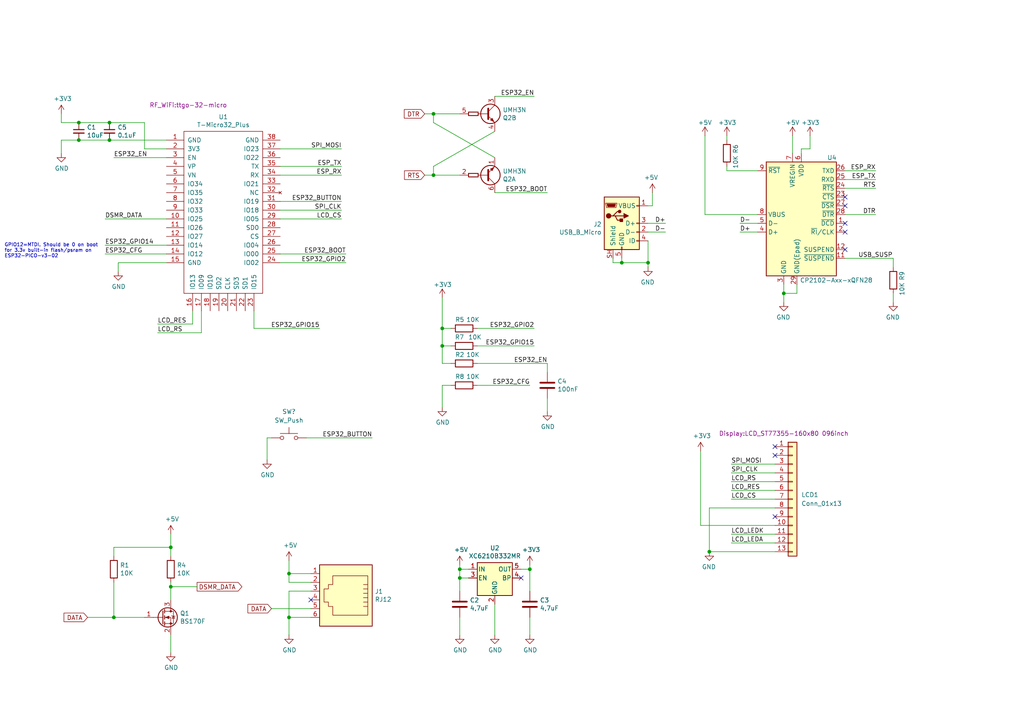
<source format=kicad_sch>
(kicad_sch (version 20211123) (generator eeschema)
  (paper "A4")
  (lib_symbols
    (symbol "Connector:RJ12" (pin_names (offset 1.016))
      (property "Reference" "J" (at -5.08 11.43 0))
      (property "Value" "RJ12" (at 2.54 11.43 0))
      (symbol "RJ12_0_1"
        (polyline (pts (xy -6.35 -1.905) (xy -5.08 -1.905) (xy -5.08 -1.905)))
        (polyline (pts (xy -6.35 -0.635) (xy -5.08 -0.635) (xy -5.08 -0.635)))
        (polyline (pts (xy -6.35 0.635) (xy -5.08 0.635) (xy -5.08 0.635)))
        (polyline (pts (xy -6.35 1.905) (xy -5.08 1.905) (xy -5.08 1.905)))
        (polyline (pts (xy -6.35 3.175) (xy -5.08 3.175) (xy -5.08 3.175)))
        (polyline (pts (xy -5.08 4.445) (xy -6.35 4.445) (xy -6.35 4.445)))
        (polyline (pts (xy -6.35 -4.445) (xy -6.35 6.985) (xy 3.81 6.985) (xy 3.81 4.445) (xy 5.08 4.445) (xy 5.08 3.175) (xy 6.35 3.175) (xy 6.35 -0.635) (xy 5.08 -0.635) (xy 5.08 -1.905) (xy 3.81 -1.905) (xy 3.81 -4.445) (xy -6.35 -4.445) (xy -6.35 -4.445)))
        (rectangle (start 7.62 10.16) (end -7.62 -7.62) (stroke (width 0.254)) (fill (type background)))
      )
      (symbol "RJ12_1_1"
        (pin passive line (at 10.16 -5.08 180) (length 2.54) (name "~") (number "1"))
        (pin passive line (at 10.16 -2.54 180) (length 2.54) (name "~") (number "2"))
        (pin passive line (at 10.16 0 180) (length 2.54) (name "~") (number "3"))
        (pin passive line (at 10.16 2.54 180) (length 2.54) (name "~") (number "4"))
        (pin passive line (at 10.16 5.08 180) (length 2.54) (name "~") (number "5"))
        (pin passive line (at 10.16 7.62 180) (length 2.54) (name "~") (number "6"))
      )
    )
    (symbol "Connector:USB_B_Micro" (pin_names (offset 1.016))
      (property "Reference" "J" (at -5.08 11.43 0))
      (property "Value" "USB_B_Micro" (at -5.08 8.89 0))
      (symbol "USB_B_Micro_0_1"
        (rectangle (start -5.08 -7.62) (end 5.08 7.62) (stroke (width 0.254)) (fill (type background)))
        (circle (center -3.81 2.159) (radius 0.635) (stroke (width 0.254)) (fill (type outline)))
        (circle (center -0.635 3.429) (radius 0.381) (stroke (width 0.254)) (fill (type outline)))
        (rectangle (start -0.127 -7.62) (end 0.127 -6.858))
        (polyline (pts (xy -1.905 2.159) (xy 0.635 2.159)) (stroke (width 0.254)))
        (polyline (pts (xy -3.175 2.159) (xy -2.54 2.159) (xy -1.27 3.429) (xy -0.635 3.429)) (stroke (width 0.254)))
        (polyline (pts (xy -2.54 2.159) (xy -1.905 2.159) (xy -1.27 0.889) (xy 0 0.889)) (stroke (width 0.254)))
        (polyline (pts (xy 0.635 2.794) (xy 0.635 1.524) (xy 1.905 2.159) (xy 0.635 2.794)) (stroke (width 0.254)) (fill (type outline)))
        (polyline (pts (xy -4.318 5.588) (xy -1.778 5.588) (xy -2.032 4.826) (xy -4.064 4.826) (xy -4.318 5.588)) (fill (type outline)))
        (polyline (pts (xy -4.699 5.842) (xy -4.699 5.588) (xy -4.445 4.826) (xy -4.445 4.572) (xy -1.651 4.572) (xy -1.651 4.826) (xy -1.397 5.588) (xy -1.397 5.842) (xy -4.699 5.842)))
        (rectangle (start 0.254 1.27) (end -0.508 0.508) (stroke (width 0.254)) (fill (type outline)))
        (rectangle (start 5.08 -5.207) (end 4.318 -4.953))
        (rectangle (start 5.08 -2.667) (end 4.318 -2.413))
        (rectangle (start 5.08 -0.127) (end 4.318 0.127))
        (rectangle (start 5.08 4.953) (end 4.318 5.207))
      )
      (symbol "USB_B_Micro_1_1"
        (pin power_out line (at 7.62 5.08 180) (length 2.54) (name "VBUS") (number "1"))
        (pin bidirectional line (at 7.62 -2.54 180) (length 2.54) (name "D-") (number "2"))
        (pin bidirectional line (at 7.62 0 180) (length 2.54) (name "D+") (number "3"))
        (pin passive line (at 7.62 -5.08 180) (length 2.54) (name "ID") (number "4"))
        (pin power_out line (at 0 -10.16 90) (length 2.54) (name "GND") (number "5"))
        (pin passive line (at -2.54 -10.16 90) (length 2.54) (name "Shield") (number "SH"))
      )
    )
    (symbol "Connector_Generic:Conn_01x13" (pin_names (offset 1.016) hide)
      (property "Reference" "J" (at 0 17.78 0))
      (property "Value" "Conn_01x13" (at 0 -17.78 0))
      (symbol "Conn_01x13_1_1"
        (rectangle (start -1.27 -15.113) (end 0 -15.367) (stroke (width 0.1524)))
        (rectangle (start -1.27 -12.573) (end 0 -12.827) (stroke (width 0.1524)))
        (rectangle (start -1.27 -10.033) (end 0 -10.287) (stroke (width 0.1524)))
        (rectangle (start -1.27 -7.493) (end 0 -7.747) (stroke (width 0.1524)))
        (rectangle (start -1.27 -4.953) (end 0 -5.207) (stroke (width 0.1524)))
        (rectangle (start -1.27 -2.413) (end 0 -2.667) (stroke (width 0.1524)))
        (rectangle (start -1.27 0.127) (end 0 -0.127) (stroke (width 0.1524)))
        (rectangle (start -1.27 2.667) (end 0 2.413) (stroke (width 0.1524)))
        (rectangle (start -1.27 5.207) (end 0 4.953) (stroke (width 0.1524)))
        (rectangle (start -1.27 7.747) (end 0 7.493) (stroke (width 0.1524)))
        (rectangle (start -1.27 10.287) (end 0 10.033) (stroke (width 0.1524)))
        (rectangle (start -1.27 12.827) (end 0 12.573) (stroke (width 0.1524)))
        (rectangle (start -1.27 15.367) (end 0 15.113) (stroke (width 0.1524)))
        (rectangle (start -1.27 16.51) (end 1.27 -16.51) (stroke (width 0.254)) (fill (type background)))
        (pin passive line (at -5.08 15.24 0) (length 3.81) (name "Pin_1") (number "1"))
        (pin passive line (at -5.08 -7.62 0) (length 3.81) (name "Pin_10") (number "10"))
        (pin passive line (at -5.08 -10.16 0) (length 3.81) (name "Pin_11") (number "11"))
        (pin passive line (at -5.08 -12.7 0) (length 3.81) (name "Pin_12") (number "12"))
        (pin passive line (at -5.08 -15.24 0) (length 3.81) (name "Pin_13") (number "13"))
        (pin passive line (at -5.08 12.7 0) (length 3.81) (name "Pin_2") (number "2"))
        (pin passive line (at -5.08 10.16 0) (length 3.81) (name "Pin_3") (number "3"))
        (pin passive line (at -5.08 7.62 0) (length 3.81) (name "Pin_4") (number "4"))
        (pin passive line (at -5.08 5.08 0) (length 3.81) (name "Pin_5") (number "5"))
        (pin passive line (at -5.08 2.54 0) (length 3.81) (name "Pin_6") (number "6"))
        (pin passive line (at -5.08 0 0) (length 3.81) (name "Pin_7") (number "7"))
        (pin passive line (at -5.08 -2.54 0) (length 3.81) (name "Pin_8") (number "8"))
        (pin passive line (at -5.08 -5.08 0) (length 3.81) (name "Pin_9") (number "9"))
      )
    )
    (symbol "Device:C" (pin_numbers hide) (pin_names (offset 0.254))
      (property "Reference" "C" (at 0.635 2.54 0))
      (property "Value" "C" (at 0.635 -2.54 0))
      (symbol "C_0_1"
        (polyline (pts (xy -2.032 -0.762) (xy 2.032 -0.762)) (stroke (width 0.508)))
        (polyline (pts (xy -2.032 0.762) (xy 2.032 0.762)) (stroke (width 0.508)))
      )
      (symbol "C_1_1"
        (pin passive line (at 0 3.81 270) (length 2.794) (name "~") (number "1"))
        (pin passive line (at 0 -3.81 90) (length 2.794) (name "~") (number "2"))
      )
    )
    (symbol "Device:C_Small" (pin_numbers hide) (pin_names (offset 0.254) hide)
      (property "Reference" "C" (at 0.254 1.778 0))
      (property "Value" "C_Small" (at 0.254 -2.032 0))
      (symbol "C_Small_0_1"
        (polyline (pts (xy -1.524 -0.508) (xy 1.524 -0.508)) (stroke (width 0.3302)))
        (polyline (pts (xy -1.524 0.508) (xy 1.524 0.508)) (stroke (width 0.3048)))
      )
      (symbol "C_Small_1_1"
        (pin passive line (at 0 2.54 270) (length 2.032) (name "~") (number "1"))
        (pin passive line (at 0 -2.54 90) (length 2.032) (name "~") (number "2"))
      )
    )
    (symbol "Device:R" (pin_numbers hide) (pin_names (offset 0))
      (property "Reference" "R" (at 2.032 0 90))
      (property "Value" "R" (at 0 0 90))
      (symbol "R_0_1"
        (rectangle (start -1.016 -2.54) (end 1.016 2.54) (stroke (width 0.254)))
      )
      (symbol "R_1_1"
        (pin passive line (at 0 3.81 270) (length 1.27) (name "~") (number "1"))
        (pin passive line (at 0 -3.81 90) (length 1.27) (name "~") (number "2"))
      )
    )
    (symbol "Interface_USB:CP2102-Axx-xQFN28"
      (property "Reference" "U" (at -8.89 31.75 0))
      (property "Value" "Interface_USB_CP2102-Axx-xQFN28" (at 12.7 31.75 0))
      (symbol "CP2102-Axx-xQFN28_0_1"
        (rectangle (start -10.16 30.48) (end 10.16 -2.54) (stroke (width 0.254)) (fill (type background)))
      )
      (symbol "CP2102-Axx-xQFN28_1_1"
        (pin input line (at 12.7 12.7 180) (length 2.54) (name "~{DCD}") (number "1"))
        (pin no_connect line (at -12.7 0 0) (length 2.54) hide (name "NC") (number "10"))
        (pin output line (at 12.7 2.54 180) (length 2.54) (name "~{SUSPEND}") (number "11"))
        (pin output line (at 12.7 5.08 180) (length 2.54) (name "SUSPEND") (number "12"))
        (pin no_connect line (at -12.7 1.27 0) (length 2.54) hide (name "~") (number "13"))
        (pin no_connect line (at -12.7 -1.27 0) (length 2.54) hide (name "~") (number "14"))
        (pin no_connect line (at -12.7 7.62 0) (length 2.54) hide (name "~") (number "15"))
        (pin no_connect line (at -12.7 6.35 0) (length 2.54) hide (name "~") (number "16"))
        (pin no_connect line (at -12.7 2.54 0) (length 2.54) hide (name "~") (number "17"))
        (pin no_connect line (at -12.7 19.05 0) (length 2.54) hide (name "~") (number "18"))
        (pin no_connect line (at -12.7 20.32 0) (length 2.54) hide (name "~") (number "19"))
        (pin bidirectional line (at 12.7 10.16 180) (length 2.54) (name "~{RI}/CLK") (number "2"))
        (pin no_connect line (at -12.7 21.59 0) (length 2.54) hide (name "~") (number "20"))
        (pin no_connect line (at -12.7 5.08 0) (length 2.54) hide (name "~") (number "21"))
        (pin no_connect line (at -12.7 3.81 0) (length 2.54) hide (name "~") (number "22"))
        (pin input line (at 12.7 20.32 180) (length 2.54) (name "~{CTS}") (number "23"))
        (pin output line (at 12.7 22.86 180) (length 2.54) (name "~{RTS}") (number "24"))
        (pin input line (at 12.7 25.4 180) (length 2.54) (name "RXD") (number "25"))
        (pin output line (at 12.7 27.94 180) (length 2.54) (name "TXD") (number "26"))
        (pin input line (at 12.7 17.78 180) (length 2.54) (name "~{DSR}") (number "27"))
        (pin output line (at 12.7 15.24 180) (length 2.54) (name "~{DTR}") (number "28"))
        (pin passive line (at -1.27 -5.08 90) (length 2.54) (name "GND(Epad)") (number "29"))
        (pin power_in line (at -5.08 -5.08 90) (length 2.54) (name "GND") (number "3"))
        (pin bidirectional line (at -12.7 10.16 0) (length 2.54) (name "D+") (number "4"))
        (pin bidirectional line (at -12.7 12.7 0) (length 2.54) (name "D-") (number "5"))
        (pin power_in line (at 0 33.02 270) (length 2.54) (name "VDD") (number "6"))
        (pin power_in line (at -2.54 33.02 270) (length 2.54) (name "VREGIN") (number "7"))
        (pin input line (at -12.7 15.24 0) (length 2.54) (name "VBUS") (number "8"))
        (pin input line (at -12.7 27.94 0) (length 2.54) (name "~{RST}") (number "9"))
      )
    )
    (symbol "MCU_Module:ttgo-32-micro" (pin_names (offset 1.016))
      (property "Reference" "U" (at 1.27 1.27 0))
      (property "Value" "ttgo-32-micro" (at 0 21.59 0))
      (property "Footprint" "RF_WiFi:ttgo-32-micro" (at -10.16 15.24 0))
      (symbol "ttgo-32-micro_0_1"
        (rectangle (start -11.43 20.32) (end 11.43 -26.67))
      )
      (symbol "ttgo-32-micro_1_1"
        (pin power_in line (at -16.51 17.78 0) (length 5.08) (name "GND") (number "1"))
        (pin bidirectional line (at -16.51 -5.08 0) (length 5.08) (name "IO25") (number "10"))
        (pin bidirectional line (at -16.51 -7.62 0) (length 5.08) (name "IO26") (number "11"))
        (pin bidirectional line (at -16.51 -10.16 0) (length 5.08) (name "IO27") (number "12"))
        (pin bidirectional line (at -16.51 -12.7 0) (length 5.08) (name "IO14") (number "13"))
        (pin bidirectional line (at -16.51 -15.24 0) (length 5.08) (name "IO12") (number "14"))
        (pin power_in line (at -16.51 -17.78 0) (length 5.08) (name "GND") (number "15"))
        (pin bidirectional line (at -8.89 -31.75 90) (length 5.08) (name "IO13") (number "16"))
        (pin bidirectional line (at -6.35 -31.75 90) (length 5.08) (name "IO09") (number "17"))
        (pin bidirectional line (at -3.81 -31.75 90) (length 5.08) (name "IO10") (number "18"))
        (pin bidirectional line (at -1.27 -31.75 90) (length 5.08) (name "SD2") (number "19"))
        (pin power_in line (at -16.51 15.24 0) (length 5.08) (name "3V3") (number "2"))
        (pin bidirectional line (at 1.27 -31.75 90) (length 5.08) (name "CLK") (number "20"))
        (pin bidirectional line (at 3.81 -31.75 90) (length 5.08) (name "SD3") (number "21"))
        (pin bidirectional line (at 6.35 -31.75 90) (length 5.08) (name "SD1") (number "22"))
        (pin bidirectional line (at 8.89 -31.75 90) (length 5.08) (name "IO15") (number "23"))
        (pin bidirectional line (at 16.51 -17.78 180) (length 5.08) (name "IO02") (number "24"))
        (pin bidirectional line (at 16.51 -15.24 180) (length 5.08) (name "IO00") (number "25"))
        (pin bidirectional line (at 16.51 -12.7 180) (length 5.08) (name "IO04") (number "26"))
        (pin bidirectional line (at 16.51 -10.16 180) (length 5.08) (name "CS") (number "27"))
        (pin bidirectional line (at 16.51 -7.62 180) (length 5.08) (name "SD0") (number "28"))
        (pin bidirectional line (at 16.51 -5.08 180) (length 5.08) (name "IO05") (number "29"))
        (pin input line (at -16.51 12.7 0) (length 5.08) (name "EN") (number "3"))
        (pin bidirectional line (at 16.51 -2.54 180) (length 5.08) (name "IO18") (number "30"))
        (pin bidirectional line (at 16.51 0 180) (length 5.08) (name "IO19") (number "31"))
        (pin no_connect line (at 16.51 2.54 180) (length 5.08) (name "NC") (number "32"))
        (pin bidirectional line (at 16.51 5.08 180) (length 5.08) (name "IO21") (number "33"))
        (pin bidirectional line (at 16.51 7.62 180) (length 5.08) (name "RX") (number "34"))
        (pin bidirectional line (at 16.51 10.16 180) (length 5.08) (name "TX") (number "35"))
        (pin bidirectional line (at 16.51 12.7 180) (length 5.08) (name "IO22") (number "36"))
        (pin bidirectional line (at 16.51 15.24 180) (length 5.08) (name "IO23") (number "37"))
        (pin power_in line (at 16.51 17.78 180) (length 5.08) (name "GND") (number "38"))
        (pin bidirectional line (at -16.51 10.16 0) (length 5.08) (name "VP") (number "4"))
        (pin bidirectional line (at -16.51 7.62 0) (length 5.08) (name "VN") (number "5"))
        (pin bidirectional line (at -16.51 5.08 0) (length 5.08) (name "IO34") (number "6"))
        (pin bidirectional line (at -16.51 2.54 0) (length 5.08) (name "IO35") (number "7"))
        (pin bidirectional line (at -16.51 0 0) (length 5.08) (name "IO32") (number "8"))
        (pin bidirectional line (at -16.51 -2.54 0) (length 5.08) (name "IO33") (number "9"))
      )
    )
    (symbol "Regulator_Linear:MIC5219-3.3YM5" (pin_names (offset 0.254))
      (property "Reference" "U" (at -3.81 5.715 0))
      (property "Value" "MIC5219-3.3YM5" (at 0 5.715 0))
      (symbol "MIC5219-3.3YM5_0_1"
        (rectangle (start -5.08 4.445) (end 5.08 -5.08) (stroke (width 0.254)) (fill (type background)))
      )
      (symbol "MIC5219-3.3YM5_1_1"
        (pin power_in line (at -7.62 2.54 0) (length 2.54) (name "IN") (number "1"))
        (pin power_in line (at 0 -7.62 90) (length 2.54) (name "GND") (number "2"))
        (pin input line (at -7.62 0 0) (length 2.54) (name "EN") (number "3"))
        (pin input line (at 7.62 0 180) (length 2.54) (name "BP") (number "4"))
        (pin power_out line (at 7.62 2.54 180) (length 2.54) (name "OUT") (number "5"))
      )
    )
    (symbol "Switch:SW_Push" (pin_numbers hide) (pin_names (offset 1.016) hide)
      (property "Reference" "SW" (at 1.27 2.54 0))
      (property "Value" "SW_Push" (at 0 -1.524 0))
      (symbol "SW_Push_0_1"
        (circle (center -2.032 0) (radius 0.508))
        (polyline (pts (xy 0 1.27) (xy 0 3.048)))
        (polyline (pts (xy 2.54 1.27) (xy -2.54 1.27)))
        (circle (center 2.032 0) (radius 0.508))
        (pin passive line (at -5.08 0 0) (length 2.54) (name "1") (number "1"))
        (pin passive line (at 5.08 0 180) (length 2.54) (name "2") (number "2"))
      )
    )
    (symbol "Transistor_BJT:UMH3N" (pin_names hide)
      (property "Reference" "Q" (at 7.62 1.27 0))
      (property "Value" "UMH3N" (at 7.62 -1.27 0))
      (symbol "UMH3N_0_1"
        (polyline (pts (xy 3.175 0) (xy 0.254 0)))
        (polyline (pts (xy 3.175 0.635) (xy 5.08 2.54)))
        (polyline (pts (xy 3.175 1.524) (xy 3.175 -1.524)) (stroke (width 0.508)))
        (polyline (pts (xy 3.175 -0.635) (xy 5.08 -2.54) (xy 5.08 -2.54)))
        (polyline (pts (xy 3.81 -1.778) (xy 4.318 -1.27) (xy 4.826 -2.286) (xy 3.81 -1.778) (xy 3.81 -1.778)) (fill (type outline)))
        (rectangle (start 0.254 0.508) (end -2.54 -0.508) (stroke (width 0.254)))
        (circle (center 3.81 0) (radius 2.8194) (stroke (width 0.254)))
      )
      (symbol "UMH3N_1_1"
        (pin passive line (at 5.08 -5.08 90) (length 2.54) (name "E1") (number "1"))
        (pin input line (at -5.08 0 0) (length 2.54) (name "B1") (number "2"))
        (pin passive line (at 5.08 5.08 270) (length 2.54) (name "C1") (number "6"))
      )
      (symbol "UMH3N_2_1"
        (pin passive line (at 5.08 5.08 270) (length 2.54) (name "C2") (number "3"))
        (pin passive line (at 5.08 -5.08 90) (length 2.54) (name "E2") (number "4"))
        (pin input line (at -5.08 0 0) (length 2.54) (name "B2") (number "5"))
      )
    )
    (symbol "Transistor_FET:BS170F" (pin_names hide)
      (property "Reference" "Q" (at 5.08 1.905 0))
      (property "Value" "BS170F" (at 5.08 0 0))
      (symbol "BS170F_0_1"
        (polyline (pts (xy 0.254 0) (xy -2.54 0)))
        (polyline (pts (xy 0.254 1.905) (xy 0.254 -1.905)) (stroke (width 0.254)))
        (polyline (pts (xy 0.762 -1.27) (xy 0.762 -2.286)) (stroke (width 0.254)))
        (polyline (pts (xy 0.762 0.508) (xy 0.762 -0.508)) (stroke (width 0.254)))
        (polyline (pts (xy 0.762 2.286) (xy 0.762 1.27)) (stroke (width 0.254)))
        (polyline (pts (xy 2.54 2.54) (xy 2.54 1.778)))
        (polyline (pts (xy 2.54 -2.54) (xy 2.54 0) (xy 0.762 0)))
        (polyline (pts (xy 0.762 -1.778) (xy 3.302 -1.778) (xy 3.302 1.778) (xy 0.762 1.778)))
        (polyline (pts (xy 1.016 0) (xy 2.032 0.381) (xy 2.032 -0.381) (xy 1.016 0)) (fill (type outline)))
        (polyline (pts (xy 2.794 0.508) (xy 2.921 0.381) (xy 3.683 0.381) (xy 3.81 0.254)))
        (polyline (pts (xy 3.302 0.381) (xy 2.921 -0.254) (xy 3.683 -0.254) (xy 3.302 0.381)))
        (circle (center 1.651 0) (radius 2.794) (stroke (width 0.254)))
        (circle (center 2.54 -1.778) (radius 0.254) (fill (type outline)))
        (circle (center 2.54 1.778) (radius 0.254) (fill (type outline)))
      )
      (symbol "BS170F_1_1"
        (pin input line (at -5.08 0 0) (length 2.54) (name "G") (number "1"))
        (pin passive line (at 2.54 -5.08 90) (length 2.54) (name "S") (number "2"))
        (pin passive line (at 2.54 5.08 270) (length 2.54) (name "D") (number "3"))
      )
    )
    (symbol "power:+3.3V" (power) (pin_names (offset 0))
      (property "Value" "+3.3V" (at 0 3.556 0))
      (symbol "+3.3V_0_1"
        (polyline (pts (xy -0.762 1.27) (xy 0 2.54)))
        (polyline (pts (xy 0 0) (xy 0 2.54)))
        (polyline (pts (xy 0 2.54) (xy 0.762 1.27)))
      )
      (symbol "+3.3V_1_1"
        (pin power_in line (at 0 0 90) (length 0) hide (name "+3V3") (number "1"))
      )
    )
    (symbol "power:+5V" (power) (pin_names (offset 0))
      (property "Value" "+5V" (at 0 3.556 0))
      (symbol "+5V_0_1"
        (polyline (pts (xy -0.762 1.27) (xy 0 2.54)))
        (polyline (pts (xy 0 0) (xy 0 2.54)))
        (polyline (pts (xy 0 2.54) (xy 0.762 1.27)))
      )
      (symbol "+5V_1_1"
        (pin power_in line (at 0 0 90) (length 0) hide (name "+5V") (number "1"))
      )
    )
    (symbol "power:GND" (power) (pin_names (offset 0))
      (property "Value" "GND" (at 0 -3.81 0))
      (symbol "GND_0_1"
        (polyline (pts (xy 0 0) (xy 0 -1.27) (xy 1.27 -1.27) (xy 0 -2.54) (xy -1.27 -1.27) (xy 0 -1.27)))
      )
      (symbol "GND_1_1"
        (pin power_in line (at 0 0 270) (length 0) hide (name "GND") (number "1"))
      )
    )
  )
  (junction (at 83.82 179.07))
  (junction (at 33.02 179.07))
  (junction (at 128.27 100.33))
  (junction (at 125.73 33.02))
  (junction (at 31.75 40.64))
  (junction (at 22.86 40.64))
  (junction (at 133.35 165.1))
  (junction (at 133.35 167.64))
  (junction (at 205.74 160.02))
  (junction (at 31.75 35.56))
  (junction (at 125.73 50.8))
  (junction (at 22.86 35.56))
  (junction (at 153.67 165.1))
  (junction (at 180.34 76.2))
  (junction (at 49.53 158.75))
  (junction (at 49.53 170.18))
  (junction (at 83.82 166.37))
  (junction (at 187.96 76.2))
  (junction (at 227.33 85.09))
  (junction (at 128.27 95.25))
  (no_connect (at 90.17 173.99))
  (no_connect (at 151.13 167.64))
  (no_connect (at 245.11 57.15))
  (no_connect (at 224.79 129.54))
  (no_connect (at 224.79 132.08))
  (no_connect (at 245.11 67.31))
  (no_connect (at 224.79 149.86))
  (no_connect (at 245.11 64.77))
  (no_connect (at 245.11 72.39))
  (no_connect (at 245.11 59.69))
  (wire (pts (xy 187.96 76.2) (xy 187.96 77.47)))
  (wire (pts (xy 212.09 134.62) (xy 224.79 134.62)))
  (wire (pts (xy 143.51 38.1) (xy 125.73 48.26)))
  (wire (pts (xy 83.82 166.37) (xy 83.82 168.91)))
  (wire (pts (xy 177.8 76.2) (xy 180.34 76.2)))
  (wire (pts (xy 81.28 48.26) (xy 99.06 48.26)))
  (wire (pts (xy 17.78 40.64) (xy 22.86 40.64)))
  (wire (pts (xy 133.35 167.64) (xy 133.35 165.1)))
  (wire (pts (xy 231.14 82.55) (xy 231.14 85.09)))
  (wire (pts (xy 77.47 127) (xy 78.74 127)))
  (wire (pts (xy 193.04 67.31) (xy 187.96 67.31)))
  (wire (pts (xy 254 62.23) (xy 245.11 62.23)))
  (wire (pts (xy 245.11 52.07) (xy 254 52.07)))
  (wire (pts (xy 41.91 179.07) (xy 33.02 179.07)))
  (wire (pts (xy 90.17 166.37) (xy 83.82 166.37)))
  (wire (pts (xy 224.79 152.4) (xy 203.2 152.4)))
  (wire (pts (xy 41.91 43.18) (xy 41.91 35.56)))
  (wire (pts (xy 204.47 62.23) (xy 219.71 62.23)))
  (wire (pts (xy 30.48 63.5) (xy 48.26 63.5)))
  (wire (pts (xy 128.27 111.76) (xy 128.27 118.11)))
  (wire (pts (xy 224.79 147.32) (xy 205.74 147.32)))
  (wire (pts (xy 81.28 76.2) (xy 100.33 76.2)))
  (wire (pts (xy 41.91 35.56) (xy 31.75 35.56)))
  (wire (pts (xy 153.67 179.07) (xy 153.67 184.15)))
  (wire (pts (xy 143.51 45.72) (xy 125.73 35.56)))
  (wire (pts (xy 212.09 157.48) (xy 224.79 157.48)))
  (wire (pts (xy 153.67 165.1) (xy 153.67 163.83)))
  (wire (pts (xy 138.43 100.33) (xy 154.94 100.33)))
  (wire (pts (xy 212.09 137.16) (xy 224.79 137.16)))
  (wire (pts (xy 234.95 43.18) (xy 232.41 43.18)))
  (wire (pts (xy 193.04 64.77) (xy 187.96 64.77)))
  (wire (pts (xy 22.86 35.56) (xy 17.78 35.56)))
  (wire (pts (xy 78.74 176.53) (xy 90.17 176.53)))
  (wire (pts (xy 128.27 86.36) (xy 128.27 95.25)))
  (wire (pts (xy 125.73 48.26) (xy 125.73 50.8)))
  (wire (pts (xy 245.11 74.93) (xy 259.08 74.93)))
  (wire (pts (xy 92.71 95.25) (xy 73.66 95.25)))
  (wire (pts (xy 234.95 39.37) (xy 234.95 43.18)))
  (wire (pts (xy 205.74 147.32) (xy 205.74 160.02)))
  (wire (pts (xy 31.75 40.64) (xy 48.26 40.64)))
  (wire (pts (xy 151.13 165.1) (xy 153.67 165.1)))
  (wire (pts (xy 153.67 165.1) (xy 153.67 171.45)))
  (wire (pts (xy 81.28 63.5) (xy 99.06 63.5)))
  (wire (pts (xy 49.53 168.91) (xy 49.53 170.18)))
  (wire (pts (xy 33.02 179.07) (xy 33.02 168.91)))
  (wire (pts (xy 212.09 144.78) (xy 224.79 144.78)))
  (wire (pts (xy 83.82 162.56) (xy 83.82 166.37)))
  (wire (pts (xy 232.41 43.18) (xy 232.41 44.45)))
  (wire (pts (xy 204.47 62.23) (xy 204.47 39.37)))
  (wire (pts (xy 31.75 40.64) (xy 22.86 40.64)))
  (wire (pts (xy 133.35 179.07) (xy 133.35 184.15)))
  (wire (pts (xy 125.73 50.8) (xy 123.19 50.8)))
  (wire (pts (xy 34.29 76.2) (xy 34.29 78.74)))
  (wire (pts (xy 49.53 170.18) (xy 49.53 173.99)))
  (wire (pts (xy 229.87 39.37) (xy 229.87 44.45)))
  (wire (pts (xy 83.82 179.07) (xy 83.82 184.15)))
  (wire (pts (xy 45.72 96.52) (xy 58.42 96.52)))
  (wire (pts (xy 180.34 76.2) (xy 187.96 76.2)))
  (wire (pts (xy 33.02 45.72) (xy 48.26 45.72)))
  (wire (pts (xy 81.28 60.96) (xy 99.06 60.96)))
  (wire (pts (xy 125.73 33.02) (xy 133.35 33.02)))
  (wire (pts (xy 138.43 105.41) (xy 158.75 105.41)))
  (wire (pts (xy 125.73 50.8) (xy 133.35 50.8)))
  (wire (pts (xy 143.51 175.26) (xy 143.51 184.15)))
  (wire (pts (xy 41.91 43.18) (xy 48.26 43.18)))
  (wire (pts (xy 90.17 171.45) (xy 83.82 171.45)))
  (wire (pts (xy 203.2 130.81) (xy 203.2 152.4)))
  (wire (pts (xy 143.51 27.94) (xy 154.94 27.94)))
  (wire (pts (xy 227.33 87.63) (xy 227.33 85.09)))
  (wire (pts (xy 125.73 35.56) (xy 125.73 33.02)))
  (wire (pts (xy 128.27 100.33) (xy 130.81 100.33)))
  (wire (pts (xy 210.82 49.53) (xy 210.82 48.26)))
  (wire (pts (xy 49.53 158.75) (xy 49.53 161.29)))
  (wire (pts (xy 212.09 139.7) (xy 224.79 139.7)))
  (wire (pts (xy 227.33 85.09) (xy 227.33 82.55)))
  (wire (pts (xy 34.29 76.2) (xy 48.26 76.2)))
  (wire (pts (xy 30.48 71.12) (xy 48.26 71.12)))
  (wire (pts (xy 158.75 107.95) (xy 158.75 105.41)))
  (wire (pts (xy 81.28 43.18) (xy 99.06 43.18)))
  (wire (pts (xy 187.96 59.69) (xy 189.23 59.69)))
  (wire (pts (xy 177.8 74.93) (xy 177.8 76.2)))
  (wire (pts (xy 58.42 96.52) (xy 58.42 90.17)))
  (wire (pts (xy 49.53 184.15) (xy 49.53 189.23)))
  (wire (pts (xy 81.28 50.8) (xy 99.06 50.8)))
  (wire (pts (xy 219.71 67.31) (xy 214.63 67.31)))
  (wire (pts (xy 133.35 167.64) (xy 133.35 171.45)))
  (wire (pts (xy 90.17 179.07) (xy 83.82 179.07)))
  (wire (pts (xy 128.27 105.41) (xy 128.27 100.33)))
  (wire (pts (xy 25.4 179.07) (xy 33.02 179.07)))
  (wire (pts (xy 138.43 95.25) (xy 154.94 95.25)))
  (wire (pts (xy 49.53 154.94) (xy 49.53 158.75)))
  (wire (pts (xy 259.08 77.47) (xy 259.08 74.93)))
  (wire (pts (xy 138.43 111.76) (xy 153.67 111.76)))
  (wire (pts (xy 31.75 35.56) (xy 22.86 35.56)))
  (wire (pts (xy 123.19 33.02) (xy 125.73 33.02)))
  (wire (pts (xy 33.02 161.29) (xy 33.02 158.75)))
  (wire (pts (xy 189.23 59.69) (xy 189.23 55.88)))
  (wire (pts (xy 73.66 95.25) (xy 73.66 90.17)))
  (wire (pts (xy 30.48 73.66) (xy 48.26 73.66)))
  (wire (pts (xy 130.81 105.41) (xy 128.27 105.41)))
  (wire (pts (xy 254 54.61) (xy 245.11 54.61)))
  (wire (pts (xy 81.28 73.66) (xy 100.33 73.66)))
  (wire (pts (xy 143.51 55.88) (xy 158.75 55.88)))
  (wire (pts (xy 83.82 171.45) (xy 83.82 179.07)))
  (wire (pts (xy 17.78 40.64) (xy 17.78 44.45)))
  (wire (pts (xy 83.82 168.91) (xy 90.17 168.91)))
  (wire (pts (xy 180.34 76.2) (xy 180.34 74.93)))
  (wire (pts (xy 33.02 158.75) (xy 49.53 158.75)))
  (wire (pts (xy 55.88 93.98) (xy 55.88 90.17)))
  (wire (pts (xy 205.74 160.02) (xy 224.79 160.02)))
  (wire (pts (xy 135.89 167.64) (xy 133.35 167.64)))
  (wire (pts (xy 245.11 49.53) (xy 254 49.53)))
  (wire (pts (xy 88.9 127) (xy 107.95 127)))
  (wire (pts (xy 259.08 87.63) (xy 259.08 85.09)))
  (wire (pts (xy 212.09 154.94) (xy 224.79 154.94)))
  (wire (pts (xy 219.71 49.53) (xy 210.82 49.53)))
  (wire (pts (xy 77.47 133.35) (xy 77.47 127)))
  (wire (pts (xy 219.71 64.77) (xy 214.63 64.77)))
  (wire (pts (xy 45.72 93.98) (xy 55.88 93.98)))
  (wire (pts (xy 128.27 95.25) (xy 130.81 95.25)))
  (wire (pts (xy 212.09 142.24) (xy 224.79 142.24)))
  (wire (pts (xy 187.96 69.85) (xy 187.96 76.2)))
  (wire (pts (xy 128.27 95.25) (xy 128.27 100.33)))
  (wire (pts (xy 158.75 119.38) (xy 158.75 115.57)))
  (wire (pts (xy 135.89 165.1) (xy 133.35 165.1)))
  (wire (pts (xy 81.28 58.42) (xy 99.06 58.42)))
  (wire (pts (xy 133.35 165.1) (xy 133.35 163.83)))
  (wire (pts (xy 210.82 39.37) (xy 210.82 40.64)))
  (wire (pts (xy 231.14 85.09) (xy 227.33 85.09)))
  (wire (pts (xy 57.15 170.18) (xy 49.53 170.18)))
  (wire (pts (xy 17.78 35.56) (xy 17.78 33.02)))
  (wire (pts (xy 130.81 111.76) (xy 128.27 111.76)))
  (text "GPIO12=MTDI. Should be 0 on boot\nfor 3.3v built-in flash/psram on\nESP32-PICO-v3-02" (at 1.27 74.93 0) (effects (font (size 0.9906 0.9906)) (justify left bottom)))
  (text "TODO for v 1.3\n- change Q1 to common device\n- smaller refdes\n\nHistory\n- updated OLED to LCD\n" (at -118.11 24.13 0) (effects (font (size 2.9972 2.9972)) (justify left bottom)))
  (label "ESP32_GPIO15" (at 154.94 100.33 180))
  (label "DTR" (at 254 62.23 180))
  (label "RTS" (at 254 54.61 180))
  (label "LCD_LEDA" (at 212.09 157.48 0))
  (label "ESP32_EN" (at 33.02 45.72 0))
  (label "LCD_CS" (at 212.09 144.78 0))
  (label "ESP32_BUTTON" (at 99.06 58.42 180))
  (label "D-" (at 193.04 67.31 180))
  (label "LCD_CS" (at 99.06 63.5 180))
  (label "ESP32_GPIO2" (at 100.33 76.2 180))
  (label "ESP_TX" (at 99.06 48.26 180))
  (label "USB_SUSP" (at 248.92 74.93 0))
  (label "LCD_RS" (at 212.09 139.7 0))
  (label "ESP32_GPIO15" (at 92.71 95.25 180))
  (label "ESP32_BUTTON" (at 107.95 127 180))
  (label "ESP_RX" (at 99.06 50.8 180))
  (label "ESP32_CFG" (at 30.48 73.66 0))
  (label "ESP32_GPIO14" (at 30.48 71.12 0))
  (label "ESP32_GPIO2" (at 154.94 95.25 180))
  (label "ESP32_BOOT" (at 100.33 73.66 180))
  (label "LCD_RES" (at 212.09 142.24 0))
  (label "ESP32_CFG" (at 153.67 111.76 180))
  (label "ESP32_EN" (at 154.94 27.94 180))
  (label "SPI_MOSI" (at 99.06 43.18 180))
  (label "SPI_CLK" (at 212.09 137.16 0))
  (label "D-" (at 214.63 64.77 0))
  (label "ESP32_BOOT" (at 158.75 55.88 180))
  (label "LCD_LEDK" (at 212.09 154.94 0))
  (label "SPI_CLK" (at 99.06 60.96 180))
  (label "D+" (at 214.63 67.31 0))
  (label "ESP_RX" (at 254 49.53 180))
  (label "DSMR_DATA" (at 30.48 63.5 0))
  (label "ESP32_EN" (at 158.75 105.41 180))
  (label "LCD_RS" (at 45.72 96.52 0))
  (label "LCD_RES" (at 45.72 93.98 0))
  (label "D+" (at 193.04 64.77 180))
  (label "SPI_MOSI" (at 212.09 134.62 0))
  (label "ESP_TX" (at 254 52.07 180))
  (global_label "DTR" (shape input) (at 123.19 33.02 180) (property "Intersheet References" "${INTERSHEET_REFS}" (effects hide)))
  (global_label "DATA" (shape input) (at 25.4 179.07 180) (property "Intersheet References" "${INTERSHEET_REFS}" (effects hide)))
  (global_label "DATA" (shape input) (at 78.74 176.53 180) (property "Intersheet References" "${INTERSHEET_REFS}" (effects hide)))
  (global_label "DSMR_DATA" (shape output) (at 57.15 170.18 0) (property "Intersheet References" "${INTERSHEET_REFS}" (effects hide)))
  (global_label "RTS" (shape input) (at 123.19 50.8 180) (property "Intersheet References" "${INTERSHEET_REFS}" (effects hide)))
  (symbol (lib_id "Connector:RJ12") (at 100.33 171.45 180) (unit 1)
    (property "Reference" "J1" (at 108.712 171.5516 0) (effects (justify right)))
    (property "Value" "RJ12" (at 108.712 173.863 0) (effects (justify right)))
    (property "Footprint" "Connector_RJ:RJ12_Amphenol_54601" (effects hide))
  )
  (symbol (lib_id "Device:R") (at 134.62 105.41 270) (unit 1)
    (property "Reference" "R2" (at 133.35 102.87 90))
    (property "Value" "10K" (at 137.16 102.87 90))
    (property "Footprint" "Resistor_SMD:R_0603_1608Metric" (effects hide))
  )
  (symbol (lib_id "Device:R") (at 134.62 111.76 270) (unit 1)
    (property "Reference" "R8" (at 133.35 109.22 90))
    (property "Value" "10K" (at 137.16 109.22 90))
    (property "Footprint" "Resistor_SMD:R_0603_1608Metric" (effects hide))
  )
  (symbol (lib_id "power:GND") (at 17.78 44.45 0) (unit 1)
    (property "Reference" "#PWR09" (effects hide))
    (property "Value" "GND" (at 17.907 48.8442 0))
  )
  (symbol (lib_id "power:GND") (at 128.27 118.11 0) (unit 1)
    (property "Reference" "#PWR011" (effects hide))
    (property "Value" "GND" (at 128.397 122.5042 0))
  )
  (symbol (lib_id "Device:R") (at 49.53 165.1 0) (unit 1)
    (property "Reference" "R4" (at 51.308 163.9316 0) (effects (justify left)))
    (property "Value" "10K" (at 51.308 166.243 0) (effects (justify left)))
    (property "Footprint" "Resistor_SMD:R_0603_1608Metric" (effects hide))
  )
  (symbol (lib_id "Device:R") (at 33.02 165.1 0) (unit 1)
    (property "Reference" "R1" (at 34.798 163.9316 0) (effects (justify left)))
    (property "Value" "10K" (at 34.798 166.243 0) (effects (justify left)))
    (property "Footprint" "Resistor_SMD:R_0603_1608Metric" (effects hide))
  )
  (symbol (lib_id "power:+5V") (at 49.53 154.94 0) (unit 1)
    (property "Reference" "#PWR05" (effects hide))
    (property "Value" "+5V" (at 49.911 150.5458 0))
  )
  (symbol (lib_id "power:GND") (at 49.53 189.23 0) (unit 1)
    (property "Reference" "#PWR06" (effects hide))
    (property "Value" "GND" (at 49.657 193.6242 0))
  )
  (symbol (lib_id "power:GND") (at 83.82 184.15 0) (unit 1)
    (property "Reference" "#PWR08" (effects hide))
    (property "Value" "GND" (at 83.947 188.5442 0))
  )
  (symbol (lib_id "power:+5V") (at 83.82 162.56 0) (unit 1)
    (property "Reference" "#PWR07" (effects hide))
    (property "Value" "+5V" (at 84.201 158.1658 0))
  )
  (symbol (lib_id "power:+3.3V") (at 128.27 86.36 0) (unit 1)
    (property "Reference" "#PWR02" (effects hide))
    (property "Value" "+3.3V" (at 125.73 82.55 0) (effects (justify left)))
  )
  (symbol (lib_id "power:GND") (at 133.35 184.15 0) (unit 1)
    (property "Reference" "#PWR015" (effects hide))
    (property "Value" "GND" (at 133.477 188.5442 0))
  )
  (symbol (lib_id "power:GND") (at 143.51 184.15 0) (unit 1)
    (property "Reference" "#PWR017" (effects hide))
    (property "Value" "GND" (at 143.637 188.5442 0))
  )
  (symbol (lib_id "power:GND") (at 153.67 184.15 0) (unit 1)
    (property "Reference" "#PWR019" (effects hide))
    (property "Value" "GND" (at 153.797 188.5442 0))
  )
  (symbol (lib_id "power:+5V") (at 133.35 163.83 0) (unit 1)
    (property "Reference" "#PWR014" (effects hide))
    (property "Value" "+5V" (at 133.731 159.4358 0))
  )
  (symbol (lib_id "power:+3.3V") (at 153.67 163.83 0) (unit 1)
    (property "Reference" "#PWR018" (effects hide))
    (property "Value" "+3.3V" (at 154.051 159.4358 0))
  )
  (symbol (lib_id "Connector:USB_B_Micro") (at 180.34 64.77 0) (unit 1)
    (property "Reference" "J2" (at 174.498 65.0494 0) (effects (justify right)))
    (property "Value" "USB_B_Micro" (at 174.498 67.3608 0) (effects (justify right)))
    (property "Footprint" "MySymbols:USB_Micro_B_Female" (effects hide))
  )
  (symbol (lib_id "power:+5V") (at 189.23 55.88 0) (mirror y) (unit 1)
    (property "Reference" "#PWR012" (effects hide))
    (property "Value" "+5V" (at 188.849 51.4858 0))
  )
  (symbol (lib_id "power:GND") (at 187.96 77.47 0) (mirror y) (unit 1)
    (property "Reference" "#PWR013" (effects hide))
    (property "Value" "GND" (at 187.833 81.8642 0))
  )
  (symbol (lib_id "Device:R") (at 134.62 100.33 270) (unit 1)
    (property "Reference" "R7" (at 134.62 97.79 90) (effects (justify right)))
    (property "Value" "10K" (at 139.7 97.79 90) (effects (justify right)))
    (property "Footprint" "Resistor_SMD:R_0603_1608Metric" (effects hide))
  )
  (symbol (lib_id "Transistor_FET:BS170F") (at 46.99 179.07 0) (unit 1)
    (property "Reference" "Q1" (at 52.197 177.9016 0) (effects (justify left)))
    (property "Value" "BS170F" (at 52.197 180.213 0) (effects (justify left)))
    (property "Footprint" "Package_TO_SOT_SMD:SOT-23" (effects hide))
    (property "Datasheet" "http://www.diodes.com/assets/Datasheets/BS170F.pdf" (effects hide))
  )
  (symbol (lib_id "Device:R") (at 134.62 95.25 270) (unit 1)
    (property "Reference" "R5" (at 133.35 92.71 90))
    (property "Value" "10K" (at 137.16 92.71 90))
    (property "Footprint" "Resistor_SMD:R_0603_1608Metric" (effects hide))
  )
  (symbol (lib_id "Interface_USB:CP2102-Axx-xQFN28") (at 232.41 77.47 0) (unit 1)
    (property "Reference" "U4" (at 241.3 45.72 0))
    (property "Value" "CP2102-Axx-xQFN28" (at 242.57 81.28 0))
    (property "Footprint" "Package_DFN_QFN:QFN-28-1EP_5x5mm_P0.5mm_EP3.35x3.35mm" (effects hide))
    (property "Datasheet" "https://www.silabs.com/documents/public/data-sheets/CP2102-9.pdf" (effects hide))
  )
  (symbol (lib_id "Device:C") (at 158.75 111.76 0) (unit 1)
    (property "Reference" "C4" (at 161.671 110.5916 0) (effects (justify left)))
    (property "Value" "100nF" (at 161.671 112.903 0) (effects (justify left)))
    (property "Footprint" "Capacitor_SMD:C_0603_1608Metric" (effects hide))
  )
  (symbol (lib_id "power:GND") (at 158.75 119.38 0) (unit 1)
    (property "Reference" "#PWR0103" (effects hide))
    (property "Value" "GND" (at 158.877 123.7742 0))
  )
  (symbol (lib_id "Transistor_BJT:UMH3N") (at 138.43 50.8 0) (mirror x) (unit 1)
    (property "Reference" "Q2" (at 145.796 51.9684 0) (effects (justify left)))
    (property "Value" "UMH3N" (at 145.796 49.657 0) (effects (justify left)))
    (property "Footprint" "Package_TO_SOT_SMD:SOT-363_SC-70-6" (effects hide))
    (property "Datasheet" "http://rohmfs.rohm.com/en/products/databook/datasheet/discrete/transistor/digital/emh3t2r-e.pdf" (effects hide))
  )
  (symbol (lib_id "Transistor_BJT:UMH3N") (at 138.43 33.02 0) (unit 2)
    (property "Reference" "Q2" (at 145.796 34.1884 0) (effects (justify left)))
    (property "Value" "UMH3N" (at 145.796 31.877 0) (effects (justify left)))
    (property "Footprint" "Package_TO_SOT_SMD:SOT-363_SC-70-6" (effects hide))
    (property "Datasheet" "http://rohmfs.rohm.com/en/products/databook/datasheet/discrete/transistor/digital/emh3t2r-e.pdf" (effects hide))
  )
  (symbol (lib_id "power:GND") (at 227.33 87.63 0) (mirror y) (unit 1)
    (property "Reference" "#PWR0104" (effects hide))
    (property "Value" "GND" (at 227.203 92.0242 0))
  )
  (symbol (lib_id "power:+5V") (at 229.87 39.37 0) (mirror y) (unit 1)
    (property "Reference" "#PWR0105" (effects hide))
    (property "Value" "+5V" (at 229.87 35.56 0))
  )
  (symbol (lib_id "power:+3.3V") (at 234.95 39.37 0) (unit 1)
    (property "Reference" "#PWR0106" (effects hide))
    (property "Value" "+3.3V" (at 232.41 35.56 0) (effects (justify left)))
  )
  (symbol (lib_id "Device:R") (at 210.82 44.45 0) (unit 1)
    (property "Reference" "R6" (at 213.36 43.18 90))
    (property "Value" "10K" (at 213.36 46.99 90))
    (property "Footprint" "Resistor_SMD:R_0603_1608Metric" (effects hide))
  )
  (symbol (lib_id "power:+3.3V") (at 210.82 39.37 0) (unit 1)
    (property "Reference" "#PWR0107" (effects hide))
    (property "Value" "+3.3V" (at 208.28 35.56 0) (effects (justify left)))
  )
  (symbol (lib_id "Device:R") (at 259.08 81.28 180) (unit 1)
    (property "Reference" "R9" (at 261.62 80.01 90))
    (property "Value" "10K" (at 261.62 83.82 90))
    (property "Footprint" "Resistor_SMD:R_0603_1608Metric" (effects hide))
  )
  (symbol (lib_id "power:+5V") (at 204.47 39.37 0) (mirror y) (unit 1)
    (property "Reference" "#PWR0110" (effects hide))
    (property "Value" "+5V" (at 204.47 35.56 0))
  )
  (symbol (lib_id "power:GND") (at 259.08 87.63 0) (mirror y) (unit 1)
    (property "Reference" "#PWR0111" (effects hide))
    (property "Value" "GND" (at 258.953 92.0242 0))
  )
  (symbol (lib_id "Regulator_Linear:MIC5219-3.3YM5") (at 143.51 167.64 0) (unit 1)
    (property "Reference" "U2" (at 143.51 158.9532 0))
    (property "Value" "XC6210B332MR" (at 143.51 161.2646 0))
    (property "Footprint" "Package_TO_SOT_SMD:SOT-23-5" (effects hide))
    (property "Datasheet" "http://www.farnell.com/datasheets/2012972.pdf" (effects hide))
    (property "suppier" "Farnell" (effects hide))
    (property "ordercode" "1057803" (effects hide))
  )
  (symbol (lib_id "Device:C") (at 133.35 175.26 0) (unit 1)
    (property "Reference" "C2" (at 136.271 174.0916 0) (effects (justify left)))
    (property "Value" "4,7uF" (at 136.271 176.403 0) (effects (justify left)))
    (property "Footprint" "Capacitor_SMD:C_0805_2012Metric" (effects hide))
    (property "supplier" "farnell" (effects hide))
    (property "ordercode" "2611880" (effects hide))
  )
  (symbol (lib_id "Device:C") (at 153.67 175.26 0) (unit 1)
    (property "Reference" "C3" (at 156.591 174.0916 0) (effects (justify left)))
    (property "Value" "4,7uF" (at 156.591 176.403 0) (effects (justify left)))
    (property "Footprint" "Capacitor_SMD:C_0805_2012Metric" (effects hide))
    (property "supplier" "farnell" (effects hide))
    (property "ordercode" "2611880" (effects hide))
  )
  (symbol (lib_id "MCU_Module:ttgo-32-micro") (at 64.77 58.42 0) (unit 1)
    (property "Reference" "U1" (at 64.77 33.909 0))
    (property "Value" "T-Micro32_Plus" (at 64.77 36.2204 0))
    (property "Footprint" "RF_WiFi:ttgo-32-micro" (at 54.61 30.48 0))
    (property "AliExpress" "https://www.aliexpress.com/item/1005002308952882.html" (effects hide))
    (property "Digikey" "N/A" (effects hide))
    (property "LCSC" "N/A" (effects hide))
    (property "Mouser" "N/A" (effects hide))
  )
  (symbol (lib_id "power:GND") (at 34.29 78.74 0) (unit 1)
    (property "Reference" "#PWR03" (effects hide))
    (property "Value" "GND" (at 34.417 83.1342 0))
  )
  (symbol (lib_id "power:+3.3V") (at 17.78 33.02 0) (unit 1)
    (property "Reference" "#PWR01" (effects hide))
    (property "Value" "+3.3V" (at 18.161 28.6258 0))
  )
  (symbol (lib_id "power:GND") (at 205.74 160.02 0) (mirror y) (unit 1)
    (property "Reference" "#PWR010" (effects hide))
    (property "Value" "GND" (at 205.613 164.4142 0))
  )
  (symbol (lib_id "Switch:SW_Push") (at 83.82 127 0) (unit 1)
    (property "Reference" "SW?" (at 83.82 119.38 0))
    (property "Value" "SW_Push" (at 83.82 121.92 0))
    (property "Footprint" "Button_Switch_SMD:SW_Push_1P1T_NO_CK_KMR2" (effects hide))
  )
  (symbol (lib_id "Device:C_Small") (at 31.75 38.1 0) (unit 1)
    (property "Reference" "C5" (at 34.0868 36.9316 0) (effects (justify left)))
    (property "Value" "0.1uF" (at 34.0868 39.243 0) (effects (justify left)))
    (property "Footprint" "Capacitor_SMD:C_0603_1608Metric" (effects hide))
    (property "LCSC" "C1591" (effects hide))
    (property "Digikey" "1276-1935-1-ND" (effects hide))
    (property "Mouser" "187-CL10B104KB8NNWC" (effects hide))
  )
  (symbol (lib_id "Device:C_Small") (at 22.86 38.1 0) (unit 1)
    (property "Reference" "C1" (at 25.1968 36.9316 0) (effects (justify left)))
    (property "Value" "10uF" (at 25.1968 39.243 0) (effects (justify left)))
    (property "Footprint" "Capacitor_SMD:C_0805_2012Metric" (effects hide))
    (property "LCSC" "C2922480" (effects hide))
    (property "Digikey" "1276-2891-1-ND" (effects hide))
    (property "Mouser" "187-CL21A106KAYNNNE" (effects hide))
  )
  (symbol (lib_id "Connector_Generic:Conn_01x13") (at 229.87 144.78 0) (unit 1)
    (property "Reference" "LCD1" (at 232.41 143.5099 0) (effects (justify left)))
    (property "Value" "Conn_01x13" (at 232.41 146.0499 0) (effects (justify left)))
    (property "Footprint" "Display:LCD_ST77355-160x80 096inch" (at 227.33 125.73 0))
  )
  (symbol (lib_id "power:+3.3V") (at 203.2 130.81 0) (unit 1)
    (property "Reference" "#PWR04" (effects hide))
    (property "Value" "+3.3V" (at 203.581 126.4158 0))
  )
  (symbol (lib_id "power:GND") (at 77.47 133.35 0) (unit 1)
    (property "Reference" "#PWR?" (effects hide))
    (property "Value" "GND" (at 77.597 137.7442 0))
  )
)
</source>
